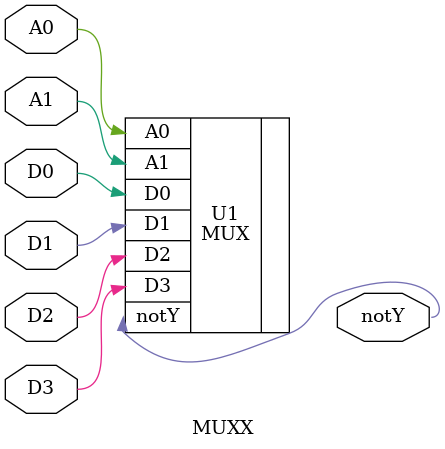
<source format=v>

`ifdef _VCP
`else
`define library(a,b)
`endif


`timescale 1ps / 1ps

module MUXX (A0,A1,D0,D1,D2,D3,notY) ;

// ------------ Port declarations --------- //
input A0;
wire A0;
input A1;
wire A1;
input D0;
wire D0;
input D1;
wire D1;
input D2;
wire D2;
input D3;
wire D3;
output notY;
wire notY;

// -------- Component instantiations -------//

MUX U1
(
	.A0(A0),
	.A1(A1),
	.D0(D0),
	.D1(D1),
	.D2(D2),
	.D3(D3),
	.notY(notY)
);



endmodule 

</source>
